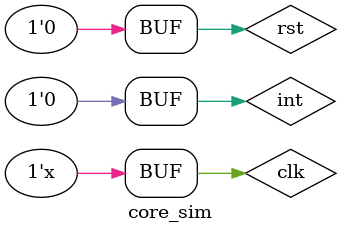
<source format=v>
`timescale 1ns / 1ps

module core_sim;
    reg clk, rst,int;

    RV32core core(
        .debug_en(1'b0),
        .debug_step(1'b0),
        .debug_addr(7'b0),
        .debug_data(),
        .clk(clk),
        .rst(rst),
        .interrupter(int)
    );

    initial begin
        clk = 0;
        int = 0;
        rst = 1;
        #2 rst = 0;
        #194 int = 1'b1;
        #4 int = 1'b0;
    end
    always #1 clk = ~clk;

endmodule
</source>
